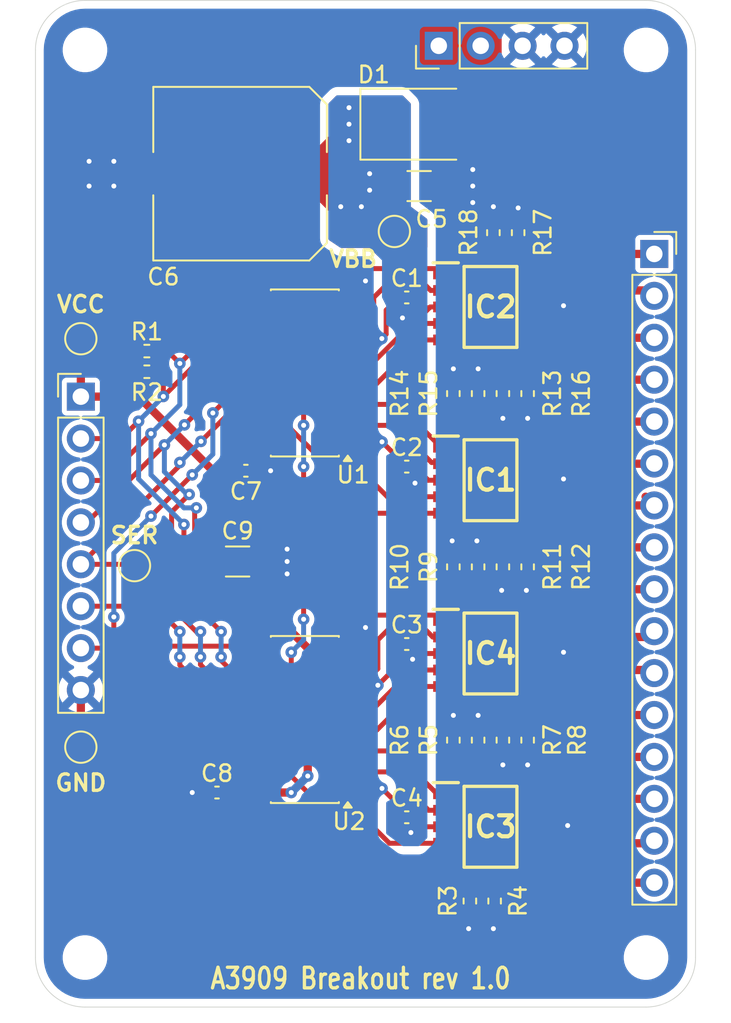
<source format=kicad_pcb>
(kicad_pcb (version 20241229) (generator "pcbnew") (generator_version "9.0")
  (layers (0 "F.Cu" signal) (2 "B.Cu" power) (13 "F.Paste" user) (15 "B.Paste" user) (5 "F.SilkS" user "F.Silkscreen") (7 "B.SilkS" user "B.Silkscreen") (1 "F.Mask" user) (3 "B.Mask" user) (25 "Edge.Cuts" user))
  (net 0 "")
  (net 1 "GND")
  (net 2 "VBB")
  (net 3 "+12V")
  (net 4 "/A SET OUT")
  (net 5 "A1")
  (net 6 "/B RESET OUT")
  (net 7 "/B SET OUT")
  (net 8 "A2")
  (net 9 "/A RESET OUT")
  (net 10 "B3")
  (net 11 "B4")
  (net 12 "/E RESET OUT")
  (net 13 "/E SET OUT")
  (net 14 "E2")
  (net 15 "E1")
  (net 16 "F3")
  (net 17 "F4")
  (net 18 "/F RESET OUT")
  (net 19 "/F SET OUT")
  (net 20 "C2")
  (net 21 "/C SET OUT")
  (net 22 "/C RESET OUT")
  (net 23 "D3")
  (net 24 "C1")
  (net 25 "D4")
  (net 26 "/D SET OUT")
  (net 27 "/D RESET OUT")
  (net 28 "H4")
  (net 29 "G2")
  (net 30 "/H RESET OUT")
  (net 31 "/G SET OUT")
  (net 32 "/G RESET OUT")
  (net 33 "G1")
  (net 34 "/H SET OUT")
  (net 35 "H3")
  (net 36 "/SER")
  (net 37 "/SRCLK")
  (net 38 "/SER OUT")
  (net 39 "/OEINV")
  (net 40 "/RCLK")
  (net 41 "/SRCLRINV")
  (net 42 "/QH'")
  (net 43 "VCC")
  (footprint "Resistor_SMD:R_0402_1005Metric" (layer "F.Cu") (at 55.575 64.825 90)
    (property "Reference" "R8")
    (property "Value" "200K")
  )
  (footprint "Resistor_SMD:R_0402_1005Metric" (layer "F.Cu") (at 51.075 64.825 -90)
    (property "Reference" "R6")
    (property "Value" "200K")
  )
  (footprint "Resistor_SMD:R_0402_1005Metric" (layer "F.Cu") (at 54.075 54.325 90)
    (property "Reference" "R11")
    (property "Value" "200K")
  )
  (footprint "Resistor_SMD:R_0402_1005Metric" (layer "F.Cu") (at 53.5 34.075 -90)
    (property "Reference" "R18")
    (property "Value" "200K")
  )
  (footprint "Capacitor_SMD:C_0402_1005Metric" (layer "F.Cu") (at 48.25 38)
    (property "Reference" "C1")
    (property "Value" "100 nF")
  )
  (footprint "Resistor_SMD:R_0402_1005Metric" (layer "F.Cu") (at 51.075 43.825 -90)
    (property "Reference" "R14")
    (property "Value" "200K")
  )
  (footprint "MountingHole:MountingHole_2.2mm_M2" (layer "F.Cu") (at 62.75 23)
    (property "Reference" "H2" (hide yes))
    (property "Value" "MountingHole")
  )
  (footprint "Capacitor_SMD:C_0402_1005Metric" (layer "F.Cu") (at 38.5 48.5 180)
    (property "Reference" "C7")
    (property "Value" "100 nF")
  )
  (footprint "Connector_PinHeader_2.54mm:PinHeader_1x08_P2.54mm_Vertical" (layer "F.Cu") (at 28.5 44.01)
    (property "Reference" "J3" (hide yes))
    (property "Value" "Logic I/O")
  )
  (footprint "TestPoint:TestPoint_Pad_D1.5mm" (layer "F.Cu") (at 28.5 40.5 180)
    (property "Reference" "TP1" (hide yes))
    (property "Value" "3.3v")
  )
  (footprint "Resistor_SMD:R_0402_1005Metric" (layer "F.Cu") (at 52.075 74.575 90)
    (property "Reference" "R3")
    (property "Value" "200K")
  )
  (footprint "Package_SO:SOIC-16_3.9x9.9mm_P1.27mm" (layer "F.Cu") (at 42.075 42.575 180)
    (property "Reference" "U1")
    (property "Value" "74HC595")
  )
  (footprint "KiCad:SOP100P600X175-10N" (layer "F.Cu") (at 53.325 38.575)
    (property "Reference" "IC2")
    (property "Value" "A3909GLNTR-T" (hide yes))
  )
  (footprint "Connector_PinHeader_2.54mm:PinHeader_1x04_P2.54mm_Vertical" (layer "F.Cu") (at 50.19 22.75 90)
    (property "Reference" "J2" (hide yes))
    (property "Value" "12v")
  )
  (footprint "Resistor_SMD:R_0402_1005Metric" (layer "F.Cu") (at 32.5 42.5)
    (property "Reference" "R2")
    (property "Value" "100K")
  )
  (footprint "TestPoint:TestPoint_Pad_D1.5mm" (layer "F.Cu") (at 28.5 65.25 180)
    (property "Reference" "TP2" (hide yes))
    (property "Value" "GND")
  )
  (footprint "TestPoint:TestPoint_Pad_D1.5mm" (layer "F.Cu") (at 31.75 54.25 180)
    (property "Reference" "TP3" (hide yes))
    (property "Value" "SER")
  )
  (footprint "MountingHole:MountingHole_2.2mm_M2" (layer "F.Cu") (at 62.75 78)
    (property "Reference" "H1" (hide yes))
    (property "Value" "MountingHole")
  )
  (footprint "Diode_SMD:D_SMB" (layer "F.Cu") (at 49.1 27.5)
    (property "Reference" "D1")
    (property "Value" "D_Schottky_Small")
  )
  (footprint "KiCad:SOP100P600X175-10N" (layer "F.Cu") (at 53.325 70.075)
    (property "Reference" "IC3")
    (property "Value" "A3909GLNTR-T" (hide yes))
  )
  (footprint "TestPoint:TestPoint_Pad_D1.5mm" (layer "F.Cu") (at 47.5 34)
    (property "Reference" "TP4" (hide yes))
    (property "Value" "12v")
  )
  (footprint "Connector_PinSocket_2.54mm:PinSocket_1x16_P2.54mm_Vertical" (layer "F.Cu") (at 63.25 35.3625)
    (property "Reference" "J1" (hide yes))
    (property "Value" "7 Seg Out")
  )
  (footprint "Capacitor_SMD:C_0402_1005Metric" (layer "F.Cu") (at 48.25 59)
    (property "Reference" "C3")
    (property "Value" "100 nF")
  )
  (footprint "Package_SO:SOIC-16_3.9x9.9mm_P1.27mm" (layer "F.Cu") (at 42.075 63.575 180)
    (property "Reference" "U2")
    (property "Value" "74HC595")
  )
  (footprint "KiCad:SOP100P600X175-10N" (layer "F.Cu") (at 53.325 59.575)
    (property "Reference" "IC4")
    (property "Value" "A3909GLNTR-T" (hide yes))
  )
  (footprint "Resistor_SMD:R_0402_1005Metric" (layer "F.Cu") (at 55.575 54.325 90)
    (property "Reference" "R12")
    (property "Value" "200K")
  )
  (footprint "KiCad:SOP100P600X175-10N" (layer "F.Cu") (at 53.325 49.075)
    (property "Reference" "IC1")
    (property "Value" "A3909GLNTR-T" (hide yes))
  )
  (footprint "Resistor_SMD:R_0402_1005Metric" (layer "F.Cu") (at 55 34.075 -90)
    (property "Reference" "R17")
    (property "Value" "200K")
  )
  (footprint "Capacitor_SMD:C_1206_3216Metric" (layer "F.Cu") (at 49 31.25 180)
    (property "Reference" "C5")
    (property "Value" "10 uF")
  )
  (footprint "Resistor_SMD:R_0402_1005Metric" (layer "F.Cu") (at 54.075 43.825 90)
    (property "Reference" "R15")
    (property "Value" "200K")
  )
  (footprint "Capacitor_SMD:C_0402_1005Metric" (layer "F.Cu") (at 48.25 69.5)
    (property "Reference" "C4")
    (property "Value" "100 nF")
  )
  (footprint "MountingHole:MountingHole_2.2mm_M2" (layer "F.Cu") (at 28.75 23)
    (property "Reference" "H3" (hide yes))
    (property "Value" "MountingHole")
  )
  (footprint "Resistor_SMD:R_0402_1005Metric" (layer "F.Cu") (at 54.075 64.825 90)
    (property "Reference" "R7")
    (property "Value" "200K")
  )
  (footprint "Resistor_SMD:R_0402_1005Metric" (layer "F.Cu") (at 52.575 54.325 -90)
    (property "Reference" "R9")
    (property "Value" "200K")
  )
  (footprint "Resistor_SMD:R_0402_1005Metric" (layer "F.Cu") (at 53.575 74.575 90)
    (property "Reference" "R4")
    (property "Value" "200K")
  )
  (footprint "Resistor_SMD:R_0402_1005Metric" (layer "F.Cu") (at 55.575 43.825 90)
    (property "Reference" "R16")
    (property "Value" "200K")
  )
  (footprint "Capacitor_SMD:C_1206_3216Metric" (layer "F.Cu") (at 38 54)
    (property "Reference" "C9")
    (property "Value" "10 uF")
  )
  (footprint "Capacitor_SMD:C_Elec_10x10.2" (layer "F.Cu") (at 38.15 30.5 180)
    (property "Reference" "C6")
    (property "Value" "560 uF")
  )
  (footprint "Capacitor_SMD:C_0402_1005Metric" (layer "F.Cu") (at 36.75 68)
    (property "Reference" "C8")
    (property "Value" "100 nF")
  )
  (footprint "Resistor_SMD:R_0402_1005Metric" (layer "F.Cu") (at 51.075 54.325 -90)
    (property "Reference" "R10")
    (property "Value" "200K")
  )
  (footprint "Resistor_SMD:R_0402_1005Metric" (layer "F.Cu") (at 52.575 43.825 -90)
    (property "Reference" "R13")
    (property "Value" "200K")
  )
  (footprint "Resistor_SMD:R_0402_1005Metric" (layer "F.Cu") (at 52.575 64.825 -90)
    (property "Reference" "R5")
    (property "Value" "200K")
  )
  (footprint "Resistor_SMD:R_0402_1005Metric" (layer "F.Cu") (at 32.5 41.25)
    (property "Reference" "R1")
    (property "Value" "100K")
  )
  (footprint "Capacitor_SMD:C_0402_1005Metric" (layer "F.Cu") (at 48.25 48.25)
    (property "Reference" "C2")
    (property "Value" "100 nF")
  )
  (footprint "MountingHole:MountingHole_2.2mm_M2" (layer "F.Cu") (at 28.75 78)
    (property "Reference" "H4" (hide yes))
    (property "Value" "MountingHole")
  )
  (gr_line (start 28.75 20) (end 62.75 20) (stroke (width 0.05)) (layer "Edge.Cuts"))
  (gr_line (start 65.75 78) (end 65.75 23) (stroke (width 0.05)) (layer "Edge.Cuts"))
  (gr_arc (start 28.75 81) (mid 26.62868 80.12132) (end 25.75 78) (stroke (width 0.05)) (layer "Edge.Cuts"))
  (gr_arc (start 65.75 78) (mid 64.87132 80.12132) (end 62.75 81) (stroke (width 0.05)) (layer "Edge.Cuts"))
  (gr_arc (start 62.75 20) (mid 64.87132 20.87868) (end 65.75 23) (stroke (width 0.05)) (layer "Edge.Cuts"))
  (gr_arc (start 25.75 23) (mid 26.62868 20.87868) (end 28.75 20) (stroke (width 0.05)) (layer "Edge.Cuts"))
  (gr_line (start 28.75 81) (end 62.75 81) (stroke (width 0.05)) (layer "Edge.Cuts"))
  (gr_line (start 25.75 23) (end 25.75 78) (stroke (width 0.05)) (layer "Edge.Cuts"))
  (gr_text "VBB" (at 45 36.25 0) (layer "F.SilkS") (effects (font (size 1 1) (thickness 0.2) (bold yes)) (justify bottom)))
  (gr_text "GND" (at 28.5 68 0) (layer "F.SilkS") (effects (font (size 1 1) (thickness 0.2) (bold yes)) (justify bottom)))
  (gr_text "SER" (at 31.75 53 0) (layer "F.SilkS") (effects (font (size 1 1) (thickness 0.2) (bold yes)) (justify bottom)))
  (gr_text "A3909 Breakout rev 1.0" (at 36.25 80 0) (layer "F.SilkS") (effects (font (size 1.25 1) (thickness 0.2) (bold yes)) (justify left bottom)))
  (gr_text "VCC" (at 28.5 39 0) (layer "F.SilkS") (effects (font (size 1 1) (thickness 0.2) (bold yes)) (justify bottom)))
  (segment (start 53.5 33.565) (end 53.5 32.5) (width 0.3) (layer "F.Cu") (net 1))
  (segment (start 55.5 55.75) (end 55.575 55.675) (width 0.3) (layer "F.Cu") (net 1))
  (segment (start 55.575 44.335) (end 55.575 45.325) (width 0.3) (layer "F.Cu") (net 1))
  (segment (start 54.075 65.335) (end 54.075 66.325) (width 0.3) (layer "F.Cu") (net 1))
  (segment (start 52.075 76.175) (end 52 76.25) (width 0.3) (layer "F.Cu") (net 1))
  (segment (start 52.075 75.085) (end 52.075 76.175) (width 0.3) (layer "F.Cu") (net 1))
  (segment (start 56.037 59.575) (end 57.675 59.575) (width 0.5) (layer "F.Cu") (net 1))
  (segment (start 47.77 68.77) (end 47.77 69.5) (width 0.3) (layer "F.Cu") (net 1))
  (segment (start 47 38.77) (end 47.77 38) (width 0.3) (layer "F.Cu") (net 1))
  (segment (start 51.075 52.825) (end 51 52.75) (width 0.3) (layer "F.Cu") (net 1))
  (segment (start 38.98 48.5) (end 40 48.5) (width 0.3) (layer "F.Cu") (net 1))
  (segment (start 55 33.565) (end 55 32.575) (width 0.3) (layer "F.Cu") (net 1))
  (segment (start 46.75 67.75) (end 47.77 68.77) (width 0.3) (layer "F.Cu") (net 1))
  (segment (start 57.675 49.075) (end 57.75 49) (width 0.5) (layer "F.Cu") (net 1))
  (segment (start 52.575 64.315) (end 52.575 63.325) (width 0.3) (layer "F.Cu") (net 1))
  (segment (start 44.62 38.13) (end 45.75 37) (width 0.3) (layer "F.Cu") (net 1))
  (segment (start 51.075 53.815) (end 51.075 52.825) (width 0.3) (layer "F.Cu") (net 1))
  (segment (start 54.075 55.675) (end 54 55.75) (width 0.3) (layer "F.Cu") (net 1))
  (segment (start 53.575 75.085) (end 53.575 76.175) (width 0.3) (layer "F.Cu") (net 1))
  (segment (start 46.74038 40.49038) (end 47 40.23076) (width 0.3) (layer "F.Cu") (net 1))
  (segment (start 51.075 43.315) (end 51.075 42.325) (width 0.3) (layer "F.Cu") (net 1))
  (segment (start 56.037 38.575) (end 57.675 38.575) (width 0.5) (layer "F.Cu") (net 1))
  (segment (start 55.575 65.335) (end 55.575 66.325) (width 0.3) (layer "F.Cu") (net 1))
  (segment (start 47.25 60.75) (end 47.25 59.52) (width 0.3) (layer "F.Cu") (net 1))
  (segment (start 57.675 38.575) (end 57.75 38.5) (width 0.5) (layer "F.Cu") (net 1))
  (segment (start 57.675 59.575) (end 57.75 59.5) (width 0.5) (layer "F.Cu") (net 1))
  (segment (start 57.925 70.075) (end 58 70) (width 0.5) (layer "F.Cu") (net 1))
  (segment (start 51.075 64.315) (end 51.075 63.325) (width 0.3) (layer "F.Cu") (net 1))
  (segment (start 52.575 53.815) (end 52.575 52.825) (width 0.3) (layer "F.Cu") (net 1))
  (segment (start 47.77 48.25) (end 47.77 47.77) (width 0.3) (layer "F.Cu") (net 1))
  (segment (start 46.5 61.5) (end 47.25 60.75) (width 0.3) (layer "F.Cu") (net 1))
  (segment (start 52.575 43.315) (end 52.575 42.325) (width 0.3) (layer "F.Cu") (net 1))
  (segment (start 36.27 68) (end 35.25 68) (width 0.3) (layer "F.Cu") (net 1))
  (segment (start 56.037 49.075) (end 57.675 49.075) (width 0.5) (layer "F.Cu") (net 1))
  (segment (start 44.62 59.13) (end 45.75 58) (width 0.3) (layer "F.Cu") (net 1))
  (segment (start 53.575 76.175) (end 53.5 76.25) (width 0.3) (layer "F.Cu") (net 1))
  (segment (start 44.55 59.13) (end 44.62 59.13) (width 0.3) (layer "F.Cu") (net 1))
  (segment (start 56.037 70.075) (end 57.925 70.075) (width 0.5) (layer "F.Cu") (net 1))
  (segment (start 47 40.23076) (end 47 38.77) (width 0.3) (layer "F.Cu") (net 1))
  (segment (start 47.77 47.77) (end 46.75 46.75) (width 0.3) (layer "F.Cu") (net 1))
  (segment (start 44.55 38.13) (end 44.62 38.13) (width 0.3) (layer "F.Cu") (net 1))
  (segment (start 28.5 61.79) (end 28.5 65.25) (width 0.5) (layer "F.Cu") (net 1))
  (segment (start 52.575 52.825) (end 52.5 52.75) (width 0.3) (layer "F.Cu") (net 1))
  (segment (start 47.25 59.52) (end 47.77 59) (width 0.3) (layer "F.Cu") (net 1))
  (segment (start 54.075 54.835) (end 54.075 55.675) (width 0.3) (layer "F.Cu") (net 1))
  (segment (start 54.075 44.335) (end 54.075 45.325) (width 0.3) (layer "F.Cu") (net 1))
  (segment (start 55.575 55.675) (end 55.575 54.835) (width 0.3) (layer "F.Cu") (net 1))
  (via (at 46.75 67.75) (size 0.7) (drill 0.3) (layers "F.Cu" "B.Cu") (net 1))
  (via (at 45.75 37) (size 0.7) (drill 0.3) (layers "F.Cu" "B.Cu") (net 1))
  (via (at 55.575 45.325) (size 0.7) (drill 0.3) (layers "F.Cu" "B.Cu") (net 1))
  (via (at 57.75 38.5) (size 0.7) (drill 0.3) (layers "F.Cu" "B.Cu") (net 1))
  (via (at 41 54) (size 0.7) (drill 0.3) (layers "F.Cu" "B.Cu") (net 1))
  (via (at 46.75 46.75) (size 0.7) (drill 0.3) (layers "F.Cu" "B.Cu") (net 1))
  (via (at 53.5 32.5) (size 0.7) (drill 0.3) (layers "F.Cu" "B.Cu") (net 1))
  (via (at 52 76.25) (size 0.7) (drill 0.3) (layers "F.Cu" "B.Cu") (net 1))
  (via (at 55 32.575) (size 0.7) (drill 0.3) (layers "F.Cu" "B.Cu") (net 1))
  (via (at 41 53.25) (size 0.7) (drill 0.3) (layers "F.Cu" "B.Cu") (net 1))
  (via (at 52.25 31.25) (size 0.7) (drill 0.3) (layers "F.Cu" "B.Cu") (net 1))
  (via (at 52.25 32.25) (size 0.7) (drill 0.3) (layers "F.Cu" "B.Cu") (net 1))
  (via (at 52.575 42.325) (size 0.7) (drill 0.3) (layers "F.Cu" "B.Cu") (net 1))
  (via (at 52.25 30.25) (size 0.7) (drill 0.3) (layers "F.Cu" "B.Cu") (net 1))
  (via (at 51.075 42.325) (size 0.7) (drill 0.3) (layers "F.Cu" "B.Cu") (net 1))
  (via (at 54 55.75) (size 0.7) (drill 0.3) (layers "F.Cu" "B.Cu") (net 1))
  (via (at 55.575 66.325) (size 0.7) (drill 0.3) (layers "F.Cu" "B.Cu") (net 1))
  (via (at 53.5 76.25) (size 0.7) (drill 0.3) (layers "F.Cu" "B.Cu") (net 1))
  (via (at 51.075 63.325) (size 0.7) (drill 0.3) (layers "F.Cu" "B.Cu") (net 1))
  (via (at 29 29.75) (size 0.7) (drill 0.3) (layers "F.Cu" "B.Cu") (net 1))
  (via (at 55.5 55.75) (size 0.7) (drill 0.3) (layers "F.Cu" "B.Cu") (net 1))
  (via (at 41 54.75) (size 0.7) (drill 0.3) (layers "F.Cu" "B.Cu") (net 1))
  (via (at 35.25 68) (size 0.7) (drill 0.3) (layers "F.Cu" "B.Cu") (net 1))
  (via (at 54.075 45.325) (size 0.7) (drill 0.3) (layers "F.Cu" "B.Cu") (net 1))
  (via (at 29 31.25) (size 0.7) (drill 0.3) (layers "F.Cu" "B.Cu") (net 1))
  (via (at 58 70) (size 0.7) (drill 0.3) (layers "F.Cu" "B.Cu") (net 1))
  (via (at 51 52.75) (size 0.7) (drill 0.3) (layers "F.Cu" "B.Cu") (net 1))
  (via (at 45.75 58) (size 0.7) (drill 0.3) (layers "F.Cu" "B.Cu") (net 1))
  (via (at 40 48.5) (size 0.7) (drill 0.3) (layers "F.Cu" "B.Cu") (net 1))
  (via (at 54.075 66.325) (size 0.7) (drill 0.3) (layers "F.Cu" "B.Cu") (net 1))
  (via (at 52.575 63.325) (size 0.7) (drill 0.3) (layers "F.Cu" "B.Cu") (net 1))
  (via (at 52.5 52.75) (size 0.7) (drill 0.3) (layers "F.Cu" "B.Cu") (net 1))
  (via (at 30.5 29.75) (size 0.7) (drill 0.3) (layers "F.Cu" "B.Cu") (net 1))
  (via (at 46.74038 40.49038) (size 0.7) (drill 0.3) (layers "F.Cu" "B.Cu") (net 1))
  (via (at 57.75 49) (size 0.7) (drill 0.3) (layers "F.Cu" "B.Cu") (net 1))
  (via (at 46.5 61.5) (size 0.7) (drill 0.3) (layers "F.Cu" "B.Cu") (net 1))
  (via (at 57.75 59.5) (size 0.7) (drill 0.3) (layers "F.Cu" "B.Cu") (net 1))
  (via (at 30.5 31.25) (size 0.7) (drill 0.3) (layers "F.Cu" "B.Cu") (net 1))
  (segment (start 48.801 48.3255) (end 48.801 48.25) (width 0.3) (layer "F.Cu") (net 2))
  (segment (start 48.953583 59.575) (end 48.603583 59.925) (width 0.3) (layer "F.Cu") (net 2))
  (segment (start 48.23076 39) (end 49.25 39) (width 0.3) (layer "F.Cu") (net 2))
  (segment (start 49.625 38.625) (end 49.355 38.625) (width 0.3) (layer "F.Cu") (net 2))
  (segment (start 50.613 70.075) (end 49.305 70.075) (width 0.3) (layer "F.Cu") (net 2))
  (segment (start 50.613 59.575) (end 49.305 59.575) (width 0.3) (layer "F.Cu") (net 2))
  (segment (start 50.613 49.075) (end 49.555 49.075) (width 0.3) (layer "F.Cu") (net 2))
  (segment (start 49.355 38.625) (end 48.73 38) (width 0.3) (layer "F.Cu") (net 2))
  (segment (start 49.305 59.575) (end 48.953583 59.575) (width 0.3) (layer "F.Cu") (net 2))
  (segment (start 49.305 59.575) (end 48.73 59) (width 0.3) (layer "F.Cu") (net 2))
  (segment (start 49.675 38.575) (end 50.613 38.575) (width 0.3) (layer "F.Cu") (net 2))
  (segment (start 47.99038 39.24038) (end 48.23076 39) (width 0.3) (layer "F.Cu") (net 2))
  (segment (start 48.85 70.075) (end 48.5 70.425) (width 0.3) (layer "F.Cu") (net 2))
  (segment (start 49.25 39) (end 49.625 38.625) (width 0.3) (layer "F.Cu") (net 2))
  (segment (start 49.555 49.075) (end 48.73 48.25) (width 0.3) (layer "F.Cu") (net 2))
  (segment (start 48.603583 60) (end 48.603583 59.925) (width 0.3) (layer "F.Cu") (net 2))
  (segment (start 49.305 70.075) (end 48.85 70.075) (width 0.3) (layer "F.Cu") (net 2))
  (segment (start 49.305 70.075) (end 48.73 69.5) (width 0.3) (layer "F.Cu") (net 2))
  (segment (start 49.625 38.625) (end 49.675 38.575) (width 0.3) (layer "F.Cu") (net 2))
  (segment (start 48.925 49.075) (end 48.75 49.25) (width 0.3) (layer "F.Cu") (net 2))
  (segment (start 49.555 49.075) (end 48.925 49.075) (width 0.3) (layer "F.Cu") (net 2))
  (via (at 48.5 70.425) (size 0.7) (drill 0.3) (layers "F.Cu" "B.Cu") (net 2))
  (via (at 44.75 26.5) (size 0.7) (drill 0.3) (layers "F.Cu" "B.Cu") (net 2))
  (via (at 48.603583 59.925) (size 0.7) (drill 0.3) (layers "F.Cu" "B.Cu") (net 2))
  (via (at 45.5 32.5) (size 0.7) (drill 0.3) (layers "F.Cu" "B.Cu") (net 2))
  (via (at 44.75 28.5) (size 0.7) (drill 0.3) (layers "F.Cu" "B.Cu") (net 2))
  (via (at 46 30.5) (size 0.7) (drill 0.3) (layers "F.Cu" "B.Cu") (net 2))
  (via (at 47.99038 39.24038) (size 0.7) (drill 0.3) (layers "F.Cu" "B.Cu") (net 2))
  (via (at 44.75 27.5) (size 0.7) (drill 0.3) (layers "F.Cu" "B.Cu") (net 2))
  (via (at 44.25 32.5) (size 0.7) (drill 0.3) (layers "F.Cu" "B.Cu") (net 2))
  (via (at 48.75 49.25) (size 0.7) (drill 0.3) (layers "F.Cu" "B.Cu") (net 2))
  (via (at 46 31.5) (size 0.7) (drill 0.3) (layers "F.Cu" "B.Cu") (net 2))
  (segment (start 51.46 27.29) (end 51.25 27.5) (width 1.7) (layer "F.Cu") (net 3))
  (segment (start 57.075 51.075) (end 59.1425 53.1425) (width 0.5) (layer "F.Cu") (net 4))
  (segment (start 56.037 51.075) (end 57.075 51.075) (width 0.5) (layer "F.Cu") (net 4))
  (segment (start 59.1425 53.1425) (end 63.25 53.1425) (width 0.5) (layer "F.Cu") (net 4))
  (segment (start 41 45.75) (end 46.325 51.075) (width 0.3) (layer "F.Cu") (net 5))
  (segment (start 50.613 51.075) (end 52.575 51.075) (width 0.3) (layer "F.Cu") (net 5))
  (segment (start 54.075 52.575) (end 54.075 53.815) (width 0.3) (layer "F.Cu") (net 5))
  (segment (start 50.613 51.075) (end 46.325 51.075) (width 0.3) (layer "F.Cu") (net 5))
  (segment (start 52.575 51.075) (end 54.075 52.575) (width 0.3) (layer "F.Cu") (net 5))
  (segment (start 39.6 45.75) (end 41 45.75) (width 0.3) (layer "F.Cu") (net 5))
  (segment (start 57.425 47.075) (end 58.9775 45.5225) (width 0.5) (layer "F.Cu") (net 6))
  (segment (start 58.9775 45.5225) (end 63.25 45.5225) (width 0.5) (layer "F.Cu") (net 6))
  (segment (start 56.037 47.075) (end 57.425 47.075) (width 0.5) (layer "F.Cu") (net 6))
  (segment (start 63.2375 48.075) (end 63.25 48.0625) (width 0.5) (layer "F.Cu") (net 7))
  (segment (start 56.037 48.075) (end 63.2375 48.075) (width 0.5) (layer "F.Cu") (net 7))
  (segment (start 46.25 47.5) (end 46.25 49.25) (width 0.3) (layer "F.Cu") (net 8))
  (segment (start 47.075 50.075) (end 50.613 50.075) (width 0.3) (layer "F.Cu") (net 8))
  (segment (start 44.55 47.02) (end 45.77 47.02) (width 0.3) (layer "F.Cu") (net 8))
  (segment (start 52.825 50.075) (end 55.575 52.825) (width 0.3) (layer "F.Cu") (net 8))
  (segment (start 50.613 50.075) (end 52.825 50.075) (width 0.3) (layer "F.Cu") (net 8))
  (segment (start 55.575 52.825) (end 55.575 53.815) (width 0.3) (layer "F.Cu") (net 8))
  (segment (start 45.77 47.02) (end 46.25 47.5) (width 0.3) (layer "F.Cu") (net 8))
  (segment (start 46.25 49.25) (end 47.075 50.075) (width 0.3) (layer "F.Cu") (net 8))
  (segment (start 62.7225 50.075) (end 63.25 50.6025) (width 0.5) (layer "F.Cu") (net 9))
  (segment (start 56.037 50.075) (end 60.325 50.075) (width 0.5) (layer "F.Cu") (net 9))
  (segment (start 60.8525 50.6025) (end 63.25 50.6025) (width 0.5) (layer "F.Cu") (net 9))
  (segment (start 60.325 50.075) (end 60.8525 50.6025) (width 0.5) (layer "F.Cu") (net 9))
  (segment (start 50.538 48) (end 50.613 48.075) (width 0.3) (layer "F.Cu") (net 10))
  (segment (start 49.75 48) (end 50.538 48) (width 0.3) (layer "F.Cu") (net 10))
  (segment (start 44.55 45.75) (end 47.5 45.75) (width 0.3) (layer "F.Cu") (net 10))
  (segment (start 51.825 48.075) (end 52.575 47.325) (width 0.3) (layer "F.Cu") (net 10))
  (segment (start 50.613 48.075) (end 51.825 48.075) (width 0.3) (layer "F.Cu") (net 10))
  (segment (start 52.575 47.325) (end 52.575 44.335) (width 0.3) (layer "F.Cu") (net 10))
  (segment (start 47.5 45.75) (end 49.75 48) (width 0.3) (layer "F.Cu") (net 10))
  (segment (start 50.613 46.037) (end 51.075 45.575) (width 0.3) (layer "F.Cu") (net 11))
  (segment (start 51.075 45.575) (end 51.075 44.335) (width 0.3) (layer "F.Cu") (net 11))
  (segment (start 50.325 47.075) (end 50.613 47.075) (width 0.3) (layer "F.Cu") (net 11))
  (segment (start 50.613 47.075) (end 50.613 46.037) (width 0.3) (layer "F.Cu") (net 11))
  (segment (start 47.73 44.48) (end 50.325 47.075) (width 0.3) (layer "F.Cu") (net 11))
  (segment (start 44.55 44.48) (end 47.73 44.48) (width 0.3) (layer "F.Cu") (net 11))
  (segment (start 63.0975 71.075) (end 63.25 70.9225) (width 0.5) (layer "F.Cu") (net 12))
  (segment (start 56.037 71.075) (end 63.0975 71.075) (width 0.5) (layer "F.Cu") (net 12))
  (segment (start 56.037 72.075) (end 57.075 72.075) (width 0.5) (layer "F.Cu") (net 13))
  (segment (start 58.4625 73.4625) (end 63.25 73.4625) (width 0.5) (layer "F.Cu") (net 13))
  (segment (start 57.075 72.075) (end 58.4625 73.4625) (width 0.5) (layer "F.Cu") (net 13))
  (segment (start 47.2 71.075) (end 50.613 71.075) (width 0.3) (layer "F.Cu") (net 14))
  (segment (start 44.55 68.02) (end 45.77 68.02) (width 0.3) (layer "F.Cu") (net 14))
  (segment (start 46.25 70.125) (end 47.2 71.075) (width 0.3) (layer "F.Cu") (net 14))
  (segment (start 45.77 68.02) (end 46.25 68.5) (width 0.3) (layer "F.Cu") (net 14))
  (segment (start 46.25 68.5) (end 46.25 70.125) (width 0.3) (layer "F.Cu") (net 14))
  (segment (start 50.613 71.075) (end 52.325 71.075) (width 0.3) (layer "F.Cu") (net 14))
  (segment (start 53.575 72.325) (end 53.575 74.065) (width 0.3) (layer "F.Cu") (net 14))
  (segment (start 52.325 71.075) (end 53.575 72.325) (width 0.3) (layer "F.Cu") (net 14))
  (segment (start 39.6 66.75) (end 41 66.75) (width 0.3) (layer "F.Cu") (net 15))
  (segment (start 41 66.75) (end 46.325 72.075) (width 0.3) (layer "F.Cu") (net 15))
  (segment (start 50.613 72.075) (end 51.075 72.075) (width 0.3) (layer "F.Cu") (net 15))
  (segment (start 51.075 72.075) (end 52.075 73.075) (width 0.3) (layer "F.Cu") (net 15))
  (segment (start 46.325 72.075) (end 50.613 72.075) (width 0.3) (layer "F.Cu") (net 15))
  (segment (start 52.075 73.075) (end 52.075 74.065) (width 0.3) (layer "F.Cu") (net 15))
  (segment (start 47.25 66.75) (end 49.575 69.075) (width 0.3) (layer "F.Cu") (net 16))
  (segment (start 50.613 69.075) (end 51.825 69.075) (width 0.3) (layer "F.Cu") (net 16))
  (segment (start 49.575 69.075) (end 50.613 69.075) (width 0.3) (layer "F.Cu") (net 16))
  (segment (start 51.825 69.075) (end 52.575 68.325) (width 0.3) (layer "F.Cu") (net 16))
  (segment (start 44.55 66.75) (end 47.25 66.75) (width 0.3) (layer "F.Cu") (net 16))
  (segment (start 52.575 68.325) (end 52.575 65.335) (width 0.3) (layer "F.Cu") (net 16))
  (segment (start 50.075 68.075) (end 50.613 68.075) (width 0.3) (layer "F.Cu") (net 17))
  (segment (start 44.55 65.48) (end 47.48 65.48) (width 0.3) (layer "F.Cu") (net 17))
  (segment (start 50.613 68.075) (end 50.613 67.037) (width 0.3) (layer "F.Cu") (net 17))
  (segment (start 47.48 65.48) (end 50.075 68.075) (width 0.3) (layer "F.Cu") (net 17))
  (segment (start 50.613 67.037) (end 51.075 66.575) (width 0.3) (layer "F.Cu") (net 17))
  (segment (start 51.075 66.575) (end 51.075 65.335) (width 0.3) (layer "F.Cu") (net 17))
  (segment (start 56.037 68.075) (end 56.925 68.075) (width 0.5) (layer "F.Cu") (net 18))
  (segment (start 59.1575 65.8425) (end 63.25 65.8425) (width 0.5) (layer "F.Cu") (net 18))
  (segment (start 56.925 68.075) (end 59.1575 65.8425) (width 0.5) (layer "F.Cu") (net 18))
  (segment (start 60.675 69.075) (end 61.3675 68.3825) (width 0.5) (layer "F.Cu") (net 19))
  (segment (start 56.037 69.075) (end 60.675 69.075) (width 0.5) (layer "F.Cu") (net 19))
  (segment (start 61.3675 68.3825) (end 63.25 68.3825) (width 0.5) (layer "F.Cu") (net 19))
  (segment (start 50.613 39.575) (end 52.825 39.575) (width 0.3) (layer "F.Cu") (net 20))
  (segment (start 48.575 39.575) (end 50.613 39.575) (width 0.3) (layer "F.Cu") (net 20))
  (segment (start 52.825 39.575) (end 55.575 42.325) (width 0.3) (layer "F.Cu") (net 20))
  (segment (start 55.575 42.325) (end 55.575 43.315) (width 0.3) (layer "F.Cu") (net 20))
  (segment (start 46.21 41.94) (end 48.575 39.575) (width 0.3) (layer "F.Cu") (net 20))
  (segment (start 44.55 41.94) (end 46.21 41.94) (width 0.3) (layer "F.Cu") (net 20))
  (segment (start 59.7325 42.9825) (end 63.25 42.9825) (width 0.5) (layer "F.Cu") (net 21))
  (segment (start 56.037 40.575) (end 57.325 40.575) (width 0.5) (layer "F.Cu") (net 21))
  (segment (start 57.325 40.575) (end 59.7325 42.9825) (width 0.5) (layer "F.Cu") (net 21))
  (segment (start 60.6925 40.4425) (end 63.25 40.4425) (width 0.5) (layer "F.Cu") (net 22))
  (segment (start 59.825 39.575) (end 60.6925 40.4425) (width 0.5) (layer "F.Cu") (net 22))
  (segment (start 56.037 39.575) (end 59.825 39.575) (width 0.5) (layer "F.Cu") (net 22))
  (segment (start 50.613 37.575) (end 52.925 37.575) (width 0.3) (layer "F.Cu") (net 23))
  (segment (start 44.55 40.67) (end 45.524999 40.67) (width 0.3) (layer "F.Cu") (net 23))
  (segment (start 52.925 37.575) (end 55 35.5) (width 0.3) (layer "F.Cu") (net 23))
  (segment (start 45.524999 40.67) (end 46.25 39.944999) (width 0.3) (layer "F.Cu") (net 23))
  (segment (start 55 35.5) (end 55 34.585) (width 0.3) (layer "F.Cu") (net 23))
  (segment (start 49.125 37) (end 49.7 37.575) (width 0.3) (layer "F.Cu") (net 23))
  (segment (start 46.25 39.944999) (end 46.25 38) (width 0.3) (layer "F.Cu") (net 23))
  (segment (start 47.25 37) (end 49.125 37) (width 0.3) (layer "F.Cu") (net 23))
  (segment (start 46.25 38) (end 47.25 37) (width 0.3) (layer "F.Cu") (net 23))
  (segment (start 49.7 37.575) (end 50.613 37.575) (width 0.3) (layer "F.Cu") (net 23))
  (segment (start 44.55 43.21) (end 46.44 43.21) (width 0.3) (layer "F.Cu") (net 24))
  (segment (start 54.075 42.075) (end 54.075 43.315) (width 0.3) (layer "F.Cu") (net 24))
  (segment (start 49.075 40.575) (end 50.613 40.575) (width 0.3) (layer "F.Cu") (net 24))
  (segment (start 46.44 43.21) (end 49.075 40.575) (width 0.3) (layer "F.Cu") (net 24))
  (segment (start 50.613 40.575) (end 52.575 40.575) (width 0.3) (layer "F.Cu") (net 24))
  (segment (start 52.575 40.575) (end 54.075 42.075) (width 0.3) (layer "F.Cu") (net 24))
  (segment (start 44 36.25) (end 50.288 36.25) (width 0.3) (layer "F.Cu") (net 25))
  (segment (start 53.5 35.25) (end 53.5 34.585) (width 0.3) (layer "F.Cu") (net 25))
  (segment (start 52.175 36.575) (end 53.5 35.25) (width 0.3) (layer "F.Cu") (net 25))
  (segment (start 50.613 36.575) (end 52.175 36.575) (width 0.3) (layer "F.Cu") (net 25))
  (segment (start 43.4 39.4) (end 42.75 38.75) (width 0.3) (layer "F.Cu") (net 25))
  (segment (start 42.75 37.5) (end 44 36.25) (width 0.3) (layer "F.Cu") (net 25))
  (segment (start 50.288 36.25) (end 50.613 36.575) (width 0.3) (layer "F.Cu") (net 25))
  (segment (start 44.55 39.4) (end 43.4 39.4) (width 0.3) (layer "F.Cu") (net 25))
  (segment (start 42.75 38.75) (end 42.75 37.5) (width 0.3) (layer "F.Cu") (net 25))
  (segment (start 62.9225 37.575) (end 63.25 37.9025) (width 0.5) (layer "F.Cu") (net 26))
  (segment (start 56.037 37.575) (end 62.9225 37.575) (width 0.5) (layer "F.Cu") (net 26))
  (segment (start 56.037 36.575) (end 56.675 36.575) (width 0.5) (layer "F.Cu") (net 27))
  (segment (start 56.675 36.575) (end 57.8875 35.3625) (width 0.5) (layer "F.Cu") (net 27))
  (segment (start 57.8875 35.3625) (end 63.25 35.3625) (width 0.5) (layer "F.Cu") (net 27))
  (segment (start 43 60) (end 43 58) (width 0.3) (layer "F.Cu") (net 28))
  (segment (start 50.288 57.25) (end 50.613 57.575) (width 0.3) (layer "F.Cu") (net 28))
  (segment (start 43 58) (end 43.75 57.25) (width 0.3) (layer "F.Cu") (net 28))
  (segment (start 43.4 60.4) (end 43 60) (width 0.3) (layer "F.Cu") (net 28))
  (segment (start 50.613 56.387) (end 51.075 55.925) (width 0.3) (layer "F.Cu") (net 28))
  (segment (start 44.55 60.4) (end 43.4 60.4) (width 0.3) (layer "F.Cu") (net 28))
  (segment (start 50.613 57.575) (end 50.613 56.387) (width 0.3) (layer "F.Cu") (net 28))
  (segment (start 43.75 57.25) (end 50.288 57.25) (width 0.3) (layer "F.Cu") (net 28))
  (segment (start 51.075 55.925) (end 51.075 54.835) (width 0.3) (layer "F.Cu") (net 28))
  (segment (start 52.825 60.575) (end 55.575 63.325) (width 0.3) (layer "F.Cu") (net 29))
  (segment (start 48.575 60.575) (end 50.613 60.575) (width 0.3) (layer "F.Cu") (net 29))
  (segment (start 50.613 60.575) (end 52.825 60.575) (width 0.3) (layer "F.Cu") (net 29))
  (segment (start 46.21 62.94) (end 48.575 60.575) (width 0.3) (layer "F.Cu") (net 29))
  (segment (start 44.55 62.94) (end 46.21 62.94) (width 0.3) (layer "F.Cu") (net 29))
  (segment (start 55.575 63.325) (end 55.575 64.315) (width 0.3) (layer "F.Cu") (net 29))
  (segment (start 58.8175 55.6825) (end 63.25 55.6825) (width 0.5) (layer "F.Cu") (net 30))
  (segment (start 56.925 57.575) (end 58.8175 55.6825) (width 0.5) (layer "F.Cu") (net 30))
  (segment (start 56.037 57.575) (end 56.925 57.575) (width 0.5) (layer "F.Cu") (net 30))
  (segment (start 56.037 61.575) (end 57.075 61.575) (width 0.5) (layer "F.Cu") (net 31))
  (segment (start 58.8025 63.3025) (end 63.25 63.3025) (width 0.5) (layer "F.Cu") (net 31))
  (segment (start 57.075 61.575) (end 58.8025 63.3025) (width 0.5) (layer "F.Cu") (net 31))
  (segment (start 56.037 60.575) (end 63.0625 60.575) (width 0.5) (layer "F.Cu") (net 32))
  (segment (start 63.0625 60.575) (end 63.25 60.7625) (width 0.5) (layer "F.Cu") (net 32))
  (segment (start 49.075 61.575) (end 50.613 61.575) (width 0.3) (layer "F.Cu") (net 33))
  (segment (start 44.55 64.21) (end 46.44 64.21) (width 0.3) (layer "F.Cu") (net 33))
  (segment (start 52.575 61.575) (end 54.075 63.075) (width 0.3) (layer "F.Cu") (net 33))
  (segment (start 54.075 63.075) (end 54.075 64.315) (width 0.3) (layer "F.Cu") (net 33))
  (segment (start 46.44 64.21) (end 49.075 61.575) (width 0.3) (layer "F.Cu") (net 33))
  (segment (start 50.613 61.575) (end 52.575 61.575) (width 0.3) (layer "F.Cu") (net 33))
  (segment (start 62.8975 58.575) (end 63.25 58.2225) (width 0.5) (layer "F.Cu") (net 34))
  (segment (start 56.037 58.575) (end 62.8975 58.575) (width 0.5) (layer "F.Cu") (net 34))
  (segment (start 52.575 57.925) (end 52.575 54.835) (width 0.3) (layer "F.Cu") (net 35))
  (segment (start 47.25 58) (end 49.25 58) (width 0.3) (layer "F.Cu") (net 35))
  (segment (start 44.55 61.67) (end 45.33 61.67) (width 0.3) (layer "F.Cu") (net 35))
  (segment (start 49.25 58) (end 49.825 58.575) (width 0.3) (layer "F.Cu") (net 35))
  (segment (start 46.5 60.5) (end 46.5 58.75) (width 0.3) (layer "F.Cu") (net 35))
  (segment (start 50.613 58.575) (end 51.925 58.575) (width 0.3) (layer "F.Cu") (net 35))
  (segment (start 46.5 58.75) (end 47.25 58) (width 0.3) (layer "F.Cu") (net 35))
  (segment (start 51.925 58.575) (end 52.575 57.925) (width 0.3) (layer "F.Cu") (net 35))
  (segment (start 45.33 61.67) (end 46.5 60.5) (width 0.3) (layer "F.Cu") (net 35))
  (segment (start 49.825 58.575) (end 50.613 58.575) (width 0.3) (layer "F.Cu") (net 35))
  (segment (start 28.5 54.17) (end 34.5 48.17) (width 0.3) (layer "F.Cu") (net 36))
  (segment (start 34.5 48.17) (end 34.5 48) (width 0.3) (layer "F.Cu") (net 36))
  (segment (start 28.5 54.17) (end 31.67 54.17) (width 0.3) (layer "F.Cu") (net 36))
  (segment (start 38.02 44.48) (end 39.6 44.48) (width 0.3) (layer "F.Cu") (net 36))
  (segment (start 31.67 54.17) (end 31.75 54.25) (width 0.3) (layer "F.Cu") (net 36))
  (segment (start 35.780331 46.719669) (end 38.02 44.48) (width 0.3) (layer "F.Cu") (net 36))
  (via (at 35.780331 46.719669) (size 0.7) (drill 0.3) (layers "F.Cu" "B.Cu") (net 36))
  (via (at 34.5 48) (size 0.7) (drill 0.3) (layers "F.Cu" "B.Cu") (net 36))
  (segment (start 34.5 48) (end 35.780331 46.719669) (width 0.3) (layer "B.Cu") (net 36))
  (segment (start 35.5 58.25) (end 34.747017 57.497017) (width 0.3) (layer "F.Cu") (net 37))
  (segment (start 37.17 61.67) (end 39.6 61.67) (width 0.3) (layer "F.Cu") (net 37))
  (segment (start 35.75 60.25) (end 37.17 61.67) (width 0.3) (layer "F.Cu") (net 37))
  (segment (start 33.5 44) (end 36.83 40.67) (width 0.3) (layer "F.Cu") (net 37))
  (segment (start 35.75 59.78) (end 35.75 60.25) (width 0.3) (layer "F.Cu") (net 37))
  (segment (start 30.95 46.55) (end 32 45.5) (width 0.3) (layer "F.Cu") (net 37))
  (segment (start 28.5 46.55) (end 30.95 46.55) (width 0.3) (layer "F.Cu") (net 37))
  (segment (start 33.5 44) (end 33.5 42.99) (width 0.3) (layer "F.Cu") (net 37))
  (segment (start 33.5 42.99) (end 33.01 42.5) (width 0.3) (layer "F.Cu") (net 37))
  (segment (start 35.75 58.25) (end 35.5 58.25) (width 0.3) (layer "F.Cu") (net 37))
  (segment (start 34.747017 57.497017) (end 34.747017 51.758949) (width 0.3) (layer "F.Cu") (net 37))
  (segment (start 36.83 40.67) (end 39.6 40.67) (width 0.3) (layer "F.Cu") (net 37))
  (via (at 32 45.5) (size 0.7) (drill 0.3) (layers "F.Cu" "B.Cu") (net 37))
  (via (at 35.75 59.78) (size 0.7) (drill 0.3) (layers "F.Cu" "B.Cu") (net 37))
  (via (at 35.75 58.25) (size 0.7) (drill 0.3) (layers "F.Cu" "B.Cu") (net 37))
  (via (at 33.5 44) (size 0.7) (drill 0.3) (layers "F.Cu" "B.Cu") (net 37))
  (via (at 34.747017 51.758949) (size 0.7) (drill 0.3) (layers "F.Cu" "B.Cu") (net 37))
  (segment (start 32 45.5) (end 33.5 44) (width 0.3) (layer "B.Cu") (net 37))
  (segment (start 34.747017 51.758949) (end 34.747017 51.747017) (width 0.3) (layer "B.Cu") (net 37))
  (segment (start 34.747017 51.747017) (end 32 49) (width 0.3) (layer "B.Cu") (net 37))
  (segment (start 35.75 58.25) (end 35.75 59.78) (width 0.3) (layer "B.Cu") (net 37))
  (segment (start 32 49) (end 32 45.5) (width 0.3) (layer "B.Cu") (net 37))
  (segment (start 39.6 59.13) (end 33.63 59.13) (width 0.3) (layer "F.Cu") (net 38))
  (segment (start 31.21 56.71) (end 28.5 56.71) (width 0.3) (layer "F.Cu") (net 38))
  (segment (start 33.63 59.13) (end 31.21 56.71) (width 0.3) (layer "F.Cu") (net 38))
  (segment (start 32.75 51.25) (end 35.25 48.75) (width 0.3) (layer "F.Cu") (net 39))
  (segment (start 38.29 43.21) (end 39.6 43.21) (width 0.3) (layer "F.Cu") (net 39))
  (segment (start 30.25 59.25) (end 35.21 64.21) (width 0.3) (layer "F.Cu") (net 39))
  (segment (start 35.21 64.21) (end 39.6 64.21) (width 0.3) (layer "F.Cu") (net 39))
  (segment (start 30.5 57.36) (end 30.5 59) (width 0.3) (layer "F.Cu") (net 39))
  (segment (start 30.5 59) (end 30.25 59.25) (width 0.3) (layer "F.Cu") (net 39))
  (segment (start 28.5 59.25) (end 30.25 59.25) (width 0.3) (layer "F.Cu") (net 39))
  (segment (start 36.5 45) (end 38.29 43.21) (width 0.3) (layer "F.Cu") (net 39))
  (via (at 35.25 48.75) (size 0.7) (drill 0.3) (layers "F.Cu" "B.Cu") (net 39))
  (via (at 32.75 51.25) (size 0.7) (drill 0.3) (layers "F.Cu" "B.Cu") (net 39))
  (via (at 36.5 45) (size 0.7) (drill 0.3) (layers "F.Cu" "B.Cu") (net 39))
  (via (at 30.5 57.36) (size 0.7) (drill 0.3) (layers "F.Cu" "B.Cu") (net 39))
  (segment (start 36.5 47.5) (end 36.5 45) (width 0.3) (layer "B.Cu") (net 39))
  (segment (start 30.5 53.5) (end 32.75 51.25) (width 0.3) (layer "B.Cu") (net 39))
  (segment (start 30.5 57.36) (end 30.5 53.5) (width 0.3) (layer "B.Cu") (net 39))
  (segment (start 35.25 48.75) (end 36.5 47.5) (width 0.3) (layer "B.Cu") (net 39))
  (segment (start 34.5 60) (end 34.5 60.28) (width 0.3) (layer "F.Cu") (net 40))
  (segment (start 34.5 59.75) (end 34.5 60) (width 0.3) (layer "F.Cu") (net 40))
  (segment (start 35.25 45.25) (end 35.25 44) (width 0.3) (layer "F.Cu") (net 40))
  (segment (start 35.25 44) (end 37.31 41.94) (width 0.3) (layer "F.Cu") (net 40))
  (segment (start 34.780331 45.719669) (end 35.25 45.25) (width 0.3) (layer "F.Cu") (net 40))
  (segment (start 28.87 51.63) (end 28.5 51.63) (width 0.3) (layer "F.Cu") (net 40))
  (segment (start 33.5625 46.9375) (end 28.87 51.63) (width 0.3) (layer "F.Cu") (net 40))
  (segment (start 34.5 58.25) (end 34 57.75) (width 0.3) (layer "F.Cu") (net 40))
  (segment (start 37.16 62.94) (end 39.6 62.94) (width 0.3) (layer "F.Cu") (net 40))
  (segment (start 34.5 60.28) (end 37.16 62.94) (width 0.3) (layer "F.Cu") (net 40))
  (segment (start 34 51) (end 35.065687 49.934313) (width 0.3) (layer "F.Cu") (net 40))
  (segment (start 37.31 41.94) (end 39.6 41.94) (width 0.3) (layer "F.Cu") (net 40))
  (segment (start 34 57.75) (end 34 51) (width 0.3) (layer "F.Cu") (net 40))
  (via (at 35.065687 49.934313) (size 0.7) (drill 0.3) (layers "F.Cu" "B.Cu") (net 40))
  (via (at 33.5625 46.9375) (size 0.7) (drill 0.3) (layers "F.Cu" "B.Cu") (net 40))
  (via (at 34.780331 45.719669) (size 0.7) (drill 0.3) (layers "F.Cu" "B.Cu") (net 40))
  (via (at 34.5 58.25) (size 0.7) (drill 0.3) (layers "F.Cu" "B.Cu") (net 40))
  (via (at 34.5 59.78) (size 0.7) (drill 0.3) (layers "F.Cu" "B.Cu") (net 40))
  (segment (start 34.5 58.25) (end 34.5 59.78) (width 0.3) (layer "B.Cu") (net 40))
  (segment (start 34.780331 45.719669) (end 33.5625 46.9375) (width 0.3) (layer "B.Cu") (net 40))
  (segment (start 34.934313 49.934313) (end 33.5625 48.5625) (width 0.3) (layer "B.Cu") (net 40))
  (segment (start 33.5625 48.5625) (end 33.5625 46.9375) (width 0.3) (layer "B.Cu") (net 40))
  (segment (start 35.065687 49.934313) (end 34.934313 49.934313) (width 0.3) (layer "B.Cu") (net 40))
  (segment (start 37 59.78) (end 37 60) (width 0.3) (layer "F.Cu") (net 41))
  (segment (start 32.75 46.25) (end 29.91 49.09) (width 0.3) (layer "F.Cu") (net 41))
  (segment (start 33.75 41.25) (end 33.01 41.25) (width 0.3) (layer "F.Cu") (net 41))
  (segment (start 37.1 39.4) (end 39.6 39.4) (width 0.3) (layer "F.Cu") (net 41))
  (segment (start 37 60) (end 37.4 60.4) (width 0.3) (layer "F.Cu") (net 41))
  (segment (start 37.4 60.4) (end 39.6 60.4) (width 0.3) (layer "F.Cu") (net 41))
  (segment (start 35.398017 56.648017) (end 37 58.25) (width 0.3) (layer "F.Cu") (net 41))
  (segment (start 35.5 50.75) (end 35.398017 50.851983) (width 0.3) (layer "F.Cu") (net 41))
  (segment (start 29.91 49.09) (end 28.5 49.09) (width 0.3) (layer "F.Cu") (net 41))
  (segment (start 35.398017 50.851983) (end 35.398017 56.648017) (width 0.3) (layer "F.Cu") (net 41))
  (segment (start 34.5 42) (end 33.75 41.25) (width 0.3) (layer "F.Cu") (net 41))
  (segment (start 34.5 42) (end 37.1 39.4) (width 0.3) (layer "F.Cu") (net 41))
  (via (at 32.75 46.25) (size 0.7) (drill 0.3) (layers "F.Cu" "B.Cu") (net 41))
  (via (at 35.5 50.75) (size 0.7) (drill 0.3) (layers "F.Cu" "B.Cu") (net 41))
  (via (at 37 58.25) (size 0.7) (drill 0.3) (layers "F.Cu" "B.Cu") (net 41))
  (via (at 37 59.78) (size 0.7) (drill 0.3) (layers "F.Cu" "B.Cu") (net 41))
  (via (at 34.5 42) (size 0.7) (drill 0.3) (layers "F.Cu" "B.Cu") (net 41))
  (segment (start 32.75 46.25) (end 34.5 44.5) (width 0.3) (layer "B.Cu") (net 41))
  (segment (start 32.75 48.75) (end 32.75 46.25) (width 0.3) (layer "B.Cu") (net 41))
  (segment (start 35.5 50.75) (end 34.75 50.75) (width 0.3) (layer "B.Cu") (net 41))
  (segment (start 34.75 50.75) (end 32.75 48.75) (width 0.3) (layer "B.Cu") (net 41))
  (segment (start 37 58.25) (end 37 59.78) (width 0.3) (layer "B.Cu") (net 41))
  (segment (start 34.5 44.5) (end 34.5 42) (width 0.3) (layer "B.Cu") (net 41))
  (segment (start 39.62 65.5) (end 39.6 65.48) (width 0.3) (layer "F.Cu") (net 42))
  (segment (start 42 39.25) (end 40.88 38.13) (width 0.3) (layer "F.Cu") (net 42))
  (segment (start 42 48.25) (end 42 57.5) (width 0.3) (layer "F.Cu") (net 42))
  (segment (start 42 45.75) (end 42 39.25) (width 0.3) (layer "F.Cu") (net 42))
  (segment (start 40.574999 65.48) (end 39.6 65.48) (width 0.3) (layer "F.Cu") (net 42))
  (segment (start 40.88 38.13) (end 39.6 38.13) (width 0.3) (layer "F.Cu") (net 42))
  (segment (start 41.25 64.804999) (end 40.574999 65.48) (width 0.3) (layer "F.Cu") (net 42))
  (segment (start 41.25 59.5) (end 41.25 64.804999) (width 0.3) (layer "F.Cu") (net 42))
  (via (at 42 45.75) (size 0.7) (drill 0.3) (layers "F.Cu" "B.Cu") (net 42))
  (via (at 41.25 59.5) (size 0.7) (drill 0.3) (layers "F.Cu" "B.Cu") (net 42))
  (via (at 42 48.25) (size 0.7) (drill 0.3) (layers "F.Cu" "B.Cu") (net 42))
  (via (at 42 57.5) (size 0.7) (drill 0.3) (layers "F.Cu" "B.Cu") (net 42))
  (segment (start 42 58.75) (end 41.25 59.5) (width 0.3) (layer "B.Cu") (net 42))
  (segment (start 42 57.5) (end 42 58.75) (width 0.3) (layer "B.Cu") (net 42))
  (segment (start 42 45.75) (end 42 48.25) (width 0.3) (layer "B.Cu") (net 42))
  (segment (start 31 41.75) (end 31 43.26) (width 0.3) (layer "F.Cu") (net 43))
  (segment (start 30.25 44.01) (end 28.5 44.01) (width 0.5) (layer "F.Cu") (net 43))
  (segment (start 28.5 44.01) (end 28.5 40.5) (width 0.5) (layer "F.Cu") (net 43))
  (segment (start 39.6 47.02) (end 39.529 46.949) (width 0.3) (layer "F.Cu") (net 43))
  (segment (start 39.6 68.02) (end 39.529 67.949) (width 0.3) (layer "F.Cu") (net 43))
  (segment (start 37.98 47.02) (end 38.5 47.02) (width 0.5) (layer "F.Cu") (net 43))
  (segment (start 31.25 44.01) (end 30.25 44.01) (width 0.5) (layer "F.Cu") (net 43))
  (segment (start 42.25 59.25) (end 40.5 57.5) (width 0.5) (layer "F.Cu") (net 43))
  (segment (start 31 43.26) (end 30.25 44.01) (width 0.3) (layer "F.Cu") (net 43))
  (segment (start 38.02 48.5) (end 38.02 47.5) (width 0.3) (layer "F.Cu") (net 43))
  (segment (start 36.475 48.475) (end 32.01 44.01) (width 0.5) (layer "F.Cu") (net 43))
  (segment (start 38.5 47.02) (end 39.6 47.02) (width 0.5) (layer "F.Cu") (net 43))
  (segment (start 39.6 47.02) (end 39.569 47.051) (width 0.3) (layer "F.Cu") (net 43))
  (segment (start 31.99 43.27) (end 31.25 44.01) (width 0.3) (layer "F.Cu") (net 43))
  (segment (start 31.99 41.25) (end 31.5 41.25) (width 0.3) (layer "F.Cu") (net 43))
  (segment (start 38.25 57.5) (end 36.525 55.775) (width 0.5) (layer "F.Cu") (net 43))
  (segment (start 37.23 68) (end 39.58 68) (width 0.3) (layer "F.Cu") (net 43))
  (segment (start 36.525 55.775) (end 36.525 54) (width 0.5) (layer "F.Cu") (net 43))
  (segment (start 39.62 68) (end 39.6 68.02) (width 0.5) (layer "F.Cu") (net 43))
  (segment (start 36.525 48.475) (end 37.98 47.02) (width 0.5) (layer "F.Cu") (net 43))
  (segment (start 32.01 44.01) (end 31.25 44.01) (width 0.5) (layer "F.Cu") (net 43))
  (segment (start 38.02 47.5) (end 38.5 47.02) (width 0.3) (layer "F.Cu") (net 43))
  (segment (start 41.25 68) (end 39.62 68) (width 0.5) (layer "F.Cu") (net 43))
  (segment (start 36.525 48.475) (end 36.475 48.475) (width 0.5) (layer "F.Cu") (net 43))
  (segment (start 36.525 54) (end 36.525 48.475) (width 0.5) (layer "F.Cu") (net 43))
  (segment (start 39.58 68) (end 39.6 68.02) (width 0.3) (layer "F.Cu") (net 43))
  (segment (start 31.99 42.5) (end 31.99 43.27) (width 0.3) (layer "F.Cu") (net 43))
  (segment (start 42.25 67) (end 42.25 59.25) (width 0.5) (layer "F.Cu") (net 43))
  (segment (start 31.5 41.25) (end 31 41.75) (width 0.3) (layer "F.Cu") (net 43))
  (segment (start 40.5 57.5) (end 38.25 57.5) (width 0.5) (layer "F.Cu") (net 43))
  (via (at 41.25 68) (size 0.7) (drill 0.3) (layers "F.Cu" "B.Cu") (net 43))
  (via (at 42.25 67) (size 0.7) (drill 0.3) (layers "F.Cu" "B.Cu") (net 43))
  (segment (start 42.25 67) (end 41.25 68) (width 0.5) (layer "B.Cu") (net 43))
  (zone (net 1) (net_name "GND") (layer "F.Cu") (priority 4) (connect_pads yes (clearance 0.5)) (min_thickness 0.25) (fill yes (thermal_gap 0.5) (thermal_bridge_width 0.5))
    (polygon (pts (xy 53 30.25) (xy 53 32.25) (xy 52.5 32.75) (xy 50.25 32.75) (xy 49.5 32) (xy 49.5 30.25) (xy 50.25 29.75) (xy 52.5 29.75)))
  )
  (zone (net 2) (net_name "VBB") (layer "F.Cu") (priority 2) (connect_pads yes (clearance 0.5)) (min_thickness 0.25) (fill yes (thermal_gap 0.5) (thermal_bridge_width 0.5))
    (polygon (pts (xy 48 25.75) (xy 44 25.75) (xy 43.5 26.25) (xy 43.5 28.25) (xy 43 28.75) (xy 40.5 28.75) (xy 39.75 29.25) (xy 39.75 31.75) (xy 40.5 32.25) (xy 43 32.25) (xy 43.5 32.75) (xy 43.5 34.5) (xy 44.25 35) (xy 46 35) (xy 46.5 35.5) (xy 49 35.5) (xy 49.5 35) (xy 49.5 33.25) (xy 48.5 32.5) (xy 48.5 26.25)))
  )
  (zone (net 3) (net_name "+12V") (layer "F.Cu") (priority 6) (connect_pads yes (clearance 0.3)) (min_thickness 0.25) (fill yes (thermal_gap 0.5) (thermal_bridge_width 0.5))
    (polygon (pts (xy 49.25 21.5) (xy 53.75 21.5) (xy 54 21.75) (xy 54 24.046875) (xy 53.796875 24.25) (xy 53.1875 24.25) (xy 53 24.4375) (xy 53 28.5) (xy 52.5 29) (xy 50 29) (xy 49.5 28.5) (xy 49.5 25) (xy 49 24.5) (xy 49 21.75)))
  )
  (zone (net 1) (net_name "GND") (layer "F.Cu") (priority 5) (connect_pads yes (clearance 0.3)) (min_thickness 0.25) (fill yes (thermal_gap 0.5) (thermal_bridge_width 0.5))
    (polygon (pts (xy 41.25 52.75) (xy 41.5 53) (xy 41.5 55) (xy 41.25 55.25) (xy 39 55.25) (xy 38.75 55) (xy 38.75 53) (xy 39 52.75)))
  )
  (zone (net 1) (net_name "GND") (layer "F.Cu") (priority 3) (connect_pads yes (clearance 0.5)) (min_thickness 0.25) (fill yes (thermal_gap 0.5) (thermal_bridge_width 0.5))
    (polygon (pts (xy 36 29) (xy 36.5 29.5) (xy 36.5 31.5) (xy 36 32) (xy 28.75 32) (xy 28.25 31.5) (xy 28.25 29.5) (xy 28.75 29)))
  )
  (zone (net 1) (net_name "GND") (layer "B.Cu") (connect_pads (clearance 0.3)) (min_thickness 0.25) (fill yes (thermal_gap 0.5) (thermal_bridge_width 0.5))
    (polygon (pts (xy 25.75 20) (xy 65.75 20) (xy 65.75 81) (xy 25.75 81)))
  )
  (zone (net 2) (net_name "VBB") (layer "B.Cu") (priority 1) (connect_pads yes (clearance 0.5)) (min_thickness 0.25) (fill yes (thermal_gap 0.5) (thermal_bridge_width 0.5))
    (polygon (pts (xy 48 25.75) (xy 48.5 26.25) (xy 48.5 32.5) (xy 49.5 33.25) (xy 49.5 70.75) (xy 49 71.25) (xy 48 71.25) (xy 47 70.5) (xy 47 38.5) (xy 46.75 38) (xy 46.75 35.75) (xy 46 35) (xy 44.25 35) (xy 43.5 34.5) (xy 43.5 26.25) (xy 44 25.75)))
  )
)
</source>
